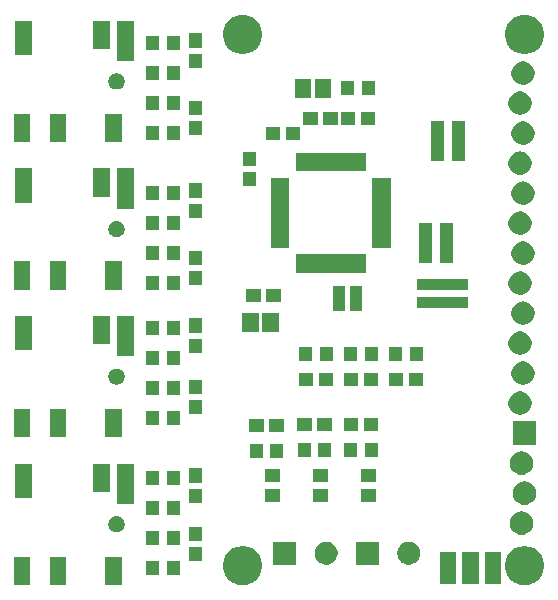
<source format=gts>
G04 #@! TF.GenerationSoftware,KiCad,Pcbnew,(5.1.5)-3*
G04 #@! TF.CreationDate,2019-12-31T00:04:08+10:30*
G04 #@! TF.ProjectId,ATM90E36_Breakout,41544d39-3045-4333-965f-427265616b6f,rev?*
G04 #@! TF.SameCoordinates,Original*
G04 #@! TF.FileFunction,Soldermask,Top*
G04 #@! TF.FilePolarity,Negative*
%FSLAX46Y46*%
G04 Gerber Fmt 4.6, Leading zero omitted, Abs format (unit mm)*
G04 Created by KiCad (PCBNEW (5.1.5)-3) date 2019-12-31 00:04:08*
%MOMM*%
%LPD*%
G04 APERTURE LIST*
%ADD10C,0.100000*%
G04 APERTURE END LIST*
D10*
G36*
X155857100Y-105628600D02*
G01*
X155857100Y-105053600D01*
X156182100Y-104728600D01*
X156857100Y-104728600D01*
X156857100Y-105628600D01*
X155857100Y-105628600D01*
G37*
G36*
X154382100Y-105653600D02*
G01*
X155432100Y-105653600D01*
X155432100Y-104703600D01*
X154382100Y-104703600D01*
X154382100Y-105653600D01*
G37*
G36*
X155832100Y-104503600D02*
G01*
X156882100Y-104503600D01*
X156882100Y-103553600D01*
X155832100Y-103553600D01*
X155832100Y-104503600D01*
G37*
G36*
X154382100Y-104503600D02*
G01*
X155432100Y-104503600D01*
X155432100Y-103553600D01*
X154382100Y-103553600D01*
X154382100Y-104503600D01*
G37*
G36*
X171001356Y-125644898D02*
G01*
X171107679Y-125666047D01*
X171408142Y-125790503D01*
X171678551Y-125971185D01*
X171908515Y-126201149D01*
X172089197Y-126471558D01*
X172213653Y-126772021D01*
X172277100Y-127090991D01*
X172277100Y-127416209D01*
X172213653Y-127735179D01*
X172089197Y-128035642D01*
X171908515Y-128306051D01*
X171678551Y-128536015D01*
X171408142Y-128716697D01*
X171107679Y-128841153D01*
X171001356Y-128862302D01*
X170788711Y-128904600D01*
X170463489Y-128904600D01*
X170250844Y-128862302D01*
X170144521Y-128841153D01*
X169844058Y-128716697D01*
X169573649Y-128536015D01*
X169343685Y-128306051D01*
X169163003Y-128035642D01*
X169038547Y-127735179D01*
X168975100Y-127416209D01*
X168975100Y-127090991D01*
X169038547Y-126772021D01*
X169163003Y-126471558D01*
X169343685Y-126201149D01*
X169573649Y-125971185D01*
X169844058Y-125790503D01*
X170144521Y-125666047D01*
X170250844Y-125644898D01*
X170463489Y-125602600D01*
X170788711Y-125602600D01*
X171001356Y-125644898D01*
G37*
G36*
X147126356Y-125644898D02*
G01*
X147232679Y-125666047D01*
X147533142Y-125790503D01*
X147803551Y-125971185D01*
X148033515Y-126201149D01*
X148214197Y-126471558D01*
X148338653Y-126772021D01*
X148402100Y-127090991D01*
X148402100Y-127416209D01*
X148338653Y-127735179D01*
X148214197Y-128035642D01*
X148033515Y-128306051D01*
X147803551Y-128536015D01*
X147533142Y-128716697D01*
X147232679Y-128841153D01*
X147126356Y-128862302D01*
X146913711Y-128904600D01*
X146588489Y-128904600D01*
X146375844Y-128862302D01*
X146269521Y-128841153D01*
X145969058Y-128716697D01*
X145698649Y-128536015D01*
X145468685Y-128306051D01*
X145288003Y-128035642D01*
X145163547Y-127735179D01*
X145100100Y-127416209D01*
X145100100Y-127090991D01*
X145163547Y-126772021D01*
X145288003Y-126471558D01*
X145468685Y-126201149D01*
X145698649Y-125971185D01*
X145969058Y-125790503D01*
X146269521Y-125666047D01*
X146375844Y-125644898D01*
X146588489Y-125602600D01*
X146913711Y-125602600D01*
X147126356Y-125644898D01*
G37*
G36*
X131806900Y-128884400D02*
G01*
X130435300Y-128884400D01*
X130435300Y-126496800D01*
X131806900Y-126496800D01*
X131806900Y-128884400D01*
G37*
G36*
X128758900Y-128884400D02*
G01*
X127387300Y-128884400D01*
X127387300Y-126496800D01*
X128758900Y-126496800D01*
X128758900Y-128884400D01*
G37*
G36*
X136505900Y-128884400D02*
G01*
X135134300Y-128884400D01*
X135134300Y-126496800D01*
X136505900Y-126496800D01*
X136505900Y-128884400D01*
G37*
G36*
X168636900Y-128784400D02*
G01*
X167265300Y-128784400D01*
X167265300Y-126142800D01*
X168636900Y-126142800D01*
X168636900Y-128784400D01*
G37*
G36*
X166731900Y-128784400D02*
G01*
X165360300Y-128784400D01*
X165360300Y-126142800D01*
X166731900Y-126142800D01*
X166731900Y-128784400D01*
G37*
G36*
X164826900Y-128784400D02*
G01*
X163455300Y-128784400D01*
X163455300Y-126142800D01*
X164826900Y-126142800D01*
X164826900Y-128784400D01*
G37*
G36*
X141411900Y-128064400D02*
G01*
X140310300Y-128064400D01*
X140310300Y-126862800D01*
X141411900Y-126862800D01*
X141411900Y-128064400D01*
G37*
G36*
X139711900Y-128064400D02*
G01*
X138610300Y-128064400D01*
X138610300Y-126862800D01*
X139711900Y-126862800D01*
X139711900Y-128064400D01*
G37*
G36*
X158286900Y-127169400D02*
G01*
X156335300Y-127169400D01*
X156335300Y-125217800D01*
X158286900Y-125217800D01*
X158286900Y-127169400D01*
G37*
G36*
X151301900Y-127169400D02*
G01*
X149350300Y-127169400D01*
X149350300Y-125217800D01*
X151301900Y-125217800D01*
X151301900Y-127169400D01*
G37*
G36*
X161095729Y-125255299D02*
G01*
X161273313Y-125328857D01*
X161273314Y-125328858D01*
X161433136Y-125435647D01*
X161569053Y-125571564D01*
X161569054Y-125571566D01*
X161675843Y-125731387D01*
X161749401Y-125908971D01*
X161786900Y-126097491D01*
X161786900Y-126289709D01*
X161749401Y-126478229D01*
X161675843Y-126655813D01*
X161675842Y-126655814D01*
X161569053Y-126815636D01*
X161433136Y-126951553D01*
X161352682Y-127005310D01*
X161273313Y-127058343D01*
X161095729Y-127131901D01*
X160907209Y-127169400D01*
X160714991Y-127169400D01*
X160526471Y-127131901D01*
X160348887Y-127058343D01*
X160269518Y-127005310D01*
X160189064Y-126951553D01*
X160053147Y-126815636D01*
X159946358Y-126655814D01*
X159946357Y-126655813D01*
X159872799Y-126478229D01*
X159835300Y-126289709D01*
X159835300Y-126097491D01*
X159872799Y-125908971D01*
X159946357Y-125731387D01*
X160053146Y-125571566D01*
X160053147Y-125571564D01*
X160189064Y-125435647D01*
X160348886Y-125328858D01*
X160348887Y-125328857D01*
X160526471Y-125255299D01*
X160714991Y-125217800D01*
X160907209Y-125217800D01*
X161095729Y-125255299D01*
G37*
G36*
X154110729Y-125255299D02*
G01*
X154288313Y-125328857D01*
X154288314Y-125328858D01*
X154448136Y-125435647D01*
X154584053Y-125571564D01*
X154584054Y-125571566D01*
X154690843Y-125731387D01*
X154764401Y-125908971D01*
X154801900Y-126097491D01*
X154801900Y-126289709D01*
X154764401Y-126478229D01*
X154690843Y-126655813D01*
X154690842Y-126655814D01*
X154584053Y-126815636D01*
X154448136Y-126951553D01*
X154367682Y-127005310D01*
X154288313Y-127058343D01*
X154110729Y-127131901D01*
X153922209Y-127169400D01*
X153729991Y-127169400D01*
X153541471Y-127131901D01*
X153363887Y-127058343D01*
X153284518Y-127005310D01*
X153204064Y-126951553D01*
X153068147Y-126815636D01*
X152961358Y-126655814D01*
X152961357Y-126655813D01*
X152887799Y-126478229D01*
X152850300Y-126289709D01*
X152850300Y-126097491D01*
X152887799Y-125908971D01*
X152961357Y-125731387D01*
X153068146Y-125571566D01*
X153068147Y-125571564D01*
X153204064Y-125435647D01*
X153363886Y-125328858D01*
X153363887Y-125328857D01*
X153541471Y-125255299D01*
X153729991Y-125217800D01*
X153922209Y-125217800D01*
X154110729Y-125255299D01*
G37*
G36*
X143355900Y-126882400D02*
G01*
X142254300Y-126882400D01*
X142254300Y-125680800D01*
X143355900Y-125680800D01*
X143355900Y-126882400D01*
G37*
G36*
X141411900Y-125524400D02*
G01*
X140310300Y-125524400D01*
X140310300Y-124322800D01*
X141411900Y-124322800D01*
X141411900Y-125524400D01*
G37*
G36*
X139711900Y-125524400D02*
G01*
X138610300Y-125524400D01*
X138610300Y-124322800D01*
X139711900Y-124322800D01*
X139711900Y-125524400D01*
G37*
G36*
X143355900Y-125182400D02*
G01*
X142254300Y-125182400D01*
X142254300Y-123980800D01*
X143355900Y-123980800D01*
X143355900Y-125182400D01*
G37*
G36*
X170557356Y-122682034D02*
G01*
X170653047Y-122701068D01*
X170833325Y-122775742D01*
X170995571Y-122884151D01*
X171133549Y-123022129D01*
X171241958Y-123184375D01*
X171241959Y-123184377D01*
X171316632Y-123364654D01*
X171354197Y-123553502D01*
X171354700Y-123556034D01*
X171354700Y-123751166D01*
X171316632Y-123942547D01*
X171241958Y-124122825D01*
X171133549Y-124285071D01*
X170995571Y-124423049D01*
X170833325Y-124531458D01*
X170653047Y-124606132D01*
X170557356Y-124625166D01*
X170461667Y-124644200D01*
X170266533Y-124644200D01*
X170170844Y-124625166D01*
X170075153Y-124606132D01*
X169894875Y-124531458D01*
X169732629Y-124423049D01*
X169594651Y-124285071D01*
X169486242Y-124122825D01*
X169411568Y-123942547D01*
X169373500Y-123751166D01*
X169373500Y-123556034D01*
X169374004Y-123553502D01*
X169411568Y-123364654D01*
X169486241Y-123184377D01*
X169486242Y-123184375D01*
X169594651Y-123022129D01*
X169732629Y-122884151D01*
X169894875Y-122775742D01*
X170075153Y-122701068D01*
X170170844Y-122682034D01*
X170266533Y-122663000D01*
X170461667Y-122663000D01*
X170557356Y-122682034D01*
G37*
G36*
X136274198Y-123093962D02*
G01*
X136399041Y-123145674D01*
X136399043Y-123145675D01*
X136511399Y-123220749D01*
X136606951Y-123316301D01*
X136682026Y-123428659D01*
X136733738Y-123553502D01*
X136760100Y-123686034D01*
X136760100Y-123821166D01*
X136733738Y-123953698D01*
X136682026Y-124078541D01*
X136682025Y-124078543D01*
X136606951Y-124190899D01*
X136511399Y-124286451D01*
X136399043Y-124361525D01*
X136399042Y-124361526D01*
X136399041Y-124361526D01*
X136274198Y-124413238D01*
X136141666Y-124439600D01*
X136006534Y-124439600D01*
X135874002Y-124413238D01*
X135749159Y-124361526D01*
X135749158Y-124361526D01*
X135749157Y-124361525D01*
X135636801Y-124286451D01*
X135541249Y-124190899D01*
X135466175Y-124078543D01*
X135466174Y-124078541D01*
X135414462Y-123953698D01*
X135388100Y-123821166D01*
X135388100Y-123686034D01*
X135414462Y-123553502D01*
X135466174Y-123428659D01*
X135541249Y-123316301D01*
X135636801Y-123220749D01*
X135749157Y-123145675D01*
X135749159Y-123145674D01*
X135874002Y-123093962D01*
X136006534Y-123067600D01*
X136141666Y-123067600D01*
X136274198Y-123093962D01*
G37*
G36*
X139711900Y-122984400D02*
G01*
X138610300Y-122984400D01*
X138610300Y-121782800D01*
X139711900Y-121782800D01*
X139711900Y-122984400D01*
G37*
G36*
X141411900Y-122984400D02*
G01*
X140310300Y-122984400D01*
X140310300Y-121782800D01*
X141411900Y-121782800D01*
X141411900Y-122984400D01*
G37*
G36*
X170811356Y-120142034D02*
G01*
X170907047Y-120161068D01*
X171087325Y-120235742D01*
X171249571Y-120344151D01*
X171387549Y-120482129D01*
X171495958Y-120644375D01*
X171551225Y-120777800D01*
X171570632Y-120824654D01*
X171607580Y-121010400D01*
X171608700Y-121016034D01*
X171608700Y-121211166D01*
X171570632Y-121402547D01*
X171495958Y-121582825D01*
X171387549Y-121745071D01*
X171249571Y-121883049D01*
X171087325Y-121991458D01*
X170907047Y-122066132D01*
X170811356Y-122085166D01*
X170715667Y-122104200D01*
X170520533Y-122104200D01*
X170424844Y-122085166D01*
X170329153Y-122066132D01*
X170148875Y-121991458D01*
X169986629Y-121883049D01*
X169848651Y-121745071D01*
X169740242Y-121582825D01*
X169665568Y-121402547D01*
X169627500Y-121211166D01*
X169627500Y-121016034D01*
X169628621Y-121010400D01*
X169665568Y-120824654D01*
X169684976Y-120777800D01*
X169740242Y-120644375D01*
X169848651Y-120482129D01*
X169986629Y-120344151D01*
X170148875Y-120235742D01*
X170329153Y-120161068D01*
X170424844Y-120142034D01*
X170520533Y-120123000D01*
X170715667Y-120123000D01*
X170811356Y-120142034D01*
G37*
G36*
X137521900Y-122026400D02*
G01*
X136150300Y-122026400D01*
X136150300Y-118622800D01*
X137521900Y-118622800D01*
X137521900Y-122026400D01*
G37*
G36*
X143355900Y-121929400D02*
G01*
X142254300Y-121929400D01*
X142254300Y-120727800D01*
X143355900Y-120727800D01*
X143355900Y-121929400D01*
G37*
G36*
X149882900Y-121879400D02*
G01*
X148681300Y-121879400D01*
X148681300Y-120777800D01*
X149882900Y-120777800D01*
X149882900Y-121879400D01*
G37*
G36*
X153946900Y-121879400D02*
G01*
X152745300Y-121879400D01*
X152745300Y-120777800D01*
X153946900Y-120777800D01*
X153946900Y-121879400D01*
G37*
G36*
X158010900Y-121879400D02*
G01*
X156809300Y-121879400D01*
X156809300Y-120777800D01*
X158010900Y-120777800D01*
X158010900Y-121879400D01*
G37*
G36*
X128885900Y-121518400D02*
G01*
X127514300Y-121518400D01*
X127514300Y-118622800D01*
X128885900Y-118622800D01*
X128885900Y-121518400D01*
G37*
G36*
X135489900Y-121010400D02*
G01*
X134118300Y-121010400D01*
X134118300Y-118622800D01*
X135489900Y-118622800D01*
X135489900Y-121010400D01*
G37*
G36*
X139711900Y-120444400D02*
G01*
X138610300Y-120444400D01*
X138610300Y-119242800D01*
X139711900Y-119242800D01*
X139711900Y-120444400D01*
G37*
G36*
X141411900Y-120444400D02*
G01*
X140310300Y-120444400D01*
X140310300Y-119242800D01*
X141411900Y-119242800D01*
X141411900Y-120444400D01*
G37*
G36*
X143355900Y-120229400D02*
G01*
X142254300Y-120229400D01*
X142254300Y-119027800D01*
X143355900Y-119027800D01*
X143355900Y-120229400D01*
G37*
G36*
X158010900Y-120179400D02*
G01*
X156809300Y-120179400D01*
X156809300Y-119077800D01*
X158010900Y-119077800D01*
X158010900Y-120179400D01*
G37*
G36*
X153946900Y-120179400D02*
G01*
X152745300Y-120179400D01*
X152745300Y-119077800D01*
X153946900Y-119077800D01*
X153946900Y-120179400D01*
G37*
G36*
X149882900Y-120179400D02*
G01*
X148681300Y-120179400D01*
X148681300Y-119077800D01*
X149882900Y-119077800D01*
X149882900Y-120179400D01*
G37*
G36*
X170557356Y-117602034D02*
G01*
X170653047Y-117621068D01*
X170833325Y-117695742D01*
X170995571Y-117804151D01*
X171133549Y-117942129D01*
X171241958Y-118104375D01*
X171316632Y-118284653D01*
X171354700Y-118476034D01*
X171354700Y-118671166D01*
X171316632Y-118862547D01*
X171241958Y-119042825D01*
X171133549Y-119205071D01*
X170995571Y-119343049D01*
X170833325Y-119451458D01*
X170653047Y-119526132D01*
X170557356Y-119545166D01*
X170461667Y-119564200D01*
X170266533Y-119564200D01*
X170170844Y-119545166D01*
X170075153Y-119526132D01*
X169894875Y-119451458D01*
X169732629Y-119343049D01*
X169594651Y-119205071D01*
X169486242Y-119042825D01*
X169411568Y-118862547D01*
X169373500Y-118671166D01*
X169373500Y-118476034D01*
X169411568Y-118284653D01*
X169486242Y-118104375D01*
X169594651Y-117942129D01*
X169732629Y-117804151D01*
X169894875Y-117695742D01*
X170075153Y-117621068D01*
X170170844Y-117602034D01*
X170266533Y-117583000D01*
X170461667Y-117583000D01*
X170557356Y-117602034D01*
G37*
G36*
X148474900Y-118158400D02*
G01*
X147373300Y-118158400D01*
X147373300Y-116956800D01*
X148474900Y-116956800D01*
X148474900Y-118158400D01*
G37*
G36*
X150174900Y-118158400D02*
G01*
X149073300Y-118158400D01*
X149073300Y-116956800D01*
X150174900Y-116956800D01*
X150174900Y-118158400D01*
G37*
G36*
X156475900Y-118031400D02*
G01*
X155374300Y-118031400D01*
X155374300Y-116829800D01*
X156475900Y-116829800D01*
X156475900Y-118031400D01*
G37*
G36*
X158175900Y-118031400D02*
G01*
X157074300Y-118031400D01*
X157074300Y-116829800D01*
X158175900Y-116829800D01*
X158175900Y-118031400D01*
G37*
G36*
X154238900Y-118031400D02*
G01*
X153137300Y-118031400D01*
X153137300Y-116829800D01*
X154238900Y-116829800D01*
X154238900Y-118031400D01*
G37*
G36*
X152538900Y-118031400D02*
G01*
X151437300Y-118031400D01*
X151437300Y-116829800D01*
X152538900Y-116829800D01*
X152538900Y-118031400D01*
G37*
G36*
X171608700Y-117024200D02*
G01*
X169627500Y-117024200D01*
X169627500Y-115043000D01*
X171608700Y-115043000D01*
X171608700Y-117024200D01*
G37*
G36*
X131806900Y-116384400D02*
G01*
X130435300Y-116384400D01*
X130435300Y-113996800D01*
X131806900Y-113996800D01*
X131806900Y-116384400D01*
G37*
G36*
X136505900Y-116384400D02*
G01*
X135134300Y-116384400D01*
X135134300Y-113996800D01*
X136505900Y-113996800D01*
X136505900Y-116384400D01*
G37*
G36*
X128758900Y-116384400D02*
G01*
X127387300Y-116384400D01*
X127387300Y-113996800D01*
X128758900Y-113996800D01*
X128758900Y-116384400D01*
G37*
G36*
X150224900Y-115949400D02*
G01*
X149023300Y-115949400D01*
X149023300Y-114847800D01*
X150224900Y-114847800D01*
X150224900Y-115949400D01*
G37*
G36*
X148524900Y-115949400D02*
G01*
X147323300Y-115949400D01*
X147323300Y-114847800D01*
X148524900Y-114847800D01*
X148524900Y-115949400D01*
G37*
G36*
X152588900Y-115822400D02*
G01*
X151387300Y-115822400D01*
X151387300Y-114720800D01*
X152588900Y-114720800D01*
X152588900Y-115822400D01*
G37*
G36*
X154288900Y-115822400D02*
G01*
X153087300Y-115822400D01*
X153087300Y-114720800D01*
X154288900Y-114720800D01*
X154288900Y-115822400D01*
G37*
G36*
X156525900Y-115822400D02*
G01*
X155324300Y-115822400D01*
X155324300Y-114720800D01*
X156525900Y-114720800D01*
X156525900Y-115822400D01*
G37*
G36*
X158225900Y-115822400D02*
G01*
X157024300Y-115822400D01*
X157024300Y-114720800D01*
X158225900Y-114720800D01*
X158225900Y-115822400D01*
G37*
G36*
X139711900Y-115364400D02*
G01*
X138610300Y-115364400D01*
X138610300Y-114162800D01*
X139711900Y-114162800D01*
X139711900Y-115364400D01*
G37*
G36*
X141411900Y-115364400D02*
G01*
X140310300Y-115364400D01*
X140310300Y-114162800D01*
X141411900Y-114162800D01*
X141411900Y-115364400D01*
G37*
G36*
X170526047Y-112541068D02*
G01*
X170706325Y-112615742D01*
X170868571Y-112724151D01*
X171006549Y-112862129D01*
X171114958Y-113024375D01*
X171189632Y-113204653D01*
X171227700Y-113396034D01*
X171227700Y-113591166D01*
X171189632Y-113782547D01*
X171114958Y-113962825D01*
X171006549Y-114125071D01*
X170868571Y-114263049D01*
X170706325Y-114371458D01*
X170526047Y-114446132D01*
X170334667Y-114484200D01*
X170139533Y-114484200D01*
X169948153Y-114446132D01*
X169767875Y-114371458D01*
X169605629Y-114263049D01*
X169467651Y-114125071D01*
X169359242Y-113962825D01*
X169284568Y-113782547D01*
X169246500Y-113591166D01*
X169246500Y-113396034D01*
X169284568Y-113204653D01*
X169359242Y-113024375D01*
X169467651Y-112862129D01*
X169605629Y-112724151D01*
X169767875Y-112615742D01*
X169948153Y-112541068D01*
X170139533Y-112503000D01*
X170334667Y-112503000D01*
X170526047Y-112541068D01*
G37*
G36*
X143355900Y-114436400D02*
G01*
X142254300Y-114436400D01*
X142254300Y-113234800D01*
X143355900Y-113234800D01*
X143355900Y-114436400D01*
G37*
G36*
X141411900Y-112824400D02*
G01*
X140310300Y-112824400D01*
X140310300Y-111622800D01*
X141411900Y-111622800D01*
X141411900Y-112824400D01*
G37*
G36*
X139711900Y-112824400D02*
G01*
X138610300Y-112824400D01*
X138610300Y-111622800D01*
X139711900Y-111622800D01*
X139711900Y-112824400D01*
G37*
G36*
X143355900Y-112736400D02*
G01*
X142254300Y-112736400D01*
X142254300Y-111534800D01*
X143355900Y-111534800D01*
X143355900Y-112736400D01*
G37*
G36*
X158225900Y-112012400D02*
G01*
X157024300Y-112012400D01*
X157024300Y-110910800D01*
X158225900Y-110910800D01*
X158225900Y-112012400D01*
G37*
G36*
X152715900Y-112012400D02*
G01*
X151514300Y-112012400D01*
X151514300Y-110910800D01*
X152715900Y-110910800D01*
X152715900Y-112012400D01*
G37*
G36*
X154415900Y-112012400D02*
G01*
X153214300Y-112012400D01*
X153214300Y-110910800D01*
X154415900Y-110910800D01*
X154415900Y-112012400D01*
G37*
G36*
X156525900Y-112012400D02*
G01*
X155324300Y-112012400D01*
X155324300Y-110910800D01*
X156525900Y-110910800D01*
X156525900Y-112012400D01*
G37*
G36*
X160335900Y-112012400D02*
G01*
X159134300Y-112012400D01*
X159134300Y-110910800D01*
X160335900Y-110910800D01*
X160335900Y-112012400D01*
G37*
G36*
X162035900Y-112012400D02*
G01*
X160834300Y-112012400D01*
X160834300Y-110910800D01*
X162035900Y-110910800D01*
X162035900Y-112012400D01*
G37*
G36*
X170780047Y-110001068D02*
G01*
X170960325Y-110075742D01*
X171122571Y-110184151D01*
X171260549Y-110322129D01*
X171368958Y-110484375D01*
X171435771Y-110645674D01*
X171443632Y-110664654D01*
X171481700Y-110856033D01*
X171481700Y-111051167D01*
X171443632Y-111242547D01*
X171368958Y-111422825D01*
X171260549Y-111585071D01*
X171122571Y-111723049D01*
X170960325Y-111831458D01*
X170780047Y-111906132D01*
X170588667Y-111944200D01*
X170393533Y-111944200D01*
X170202153Y-111906132D01*
X170021875Y-111831458D01*
X169859629Y-111723049D01*
X169721651Y-111585071D01*
X169613242Y-111422825D01*
X169538568Y-111242547D01*
X169500500Y-111051167D01*
X169500500Y-110856033D01*
X169538568Y-110664654D01*
X169546430Y-110645674D01*
X169613242Y-110484375D01*
X169721651Y-110322129D01*
X169859629Y-110184151D01*
X170021875Y-110075742D01*
X170202153Y-110001068D01*
X170393533Y-109963000D01*
X170588667Y-109963000D01*
X170780047Y-110001068D01*
G37*
G36*
X136274198Y-110593962D02*
G01*
X136399041Y-110645674D01*
X136399043Y-110645675D01*
X136427447Y-110664654D01*
X136511399Y-110720749D01*
X136606951Y-110816301D01*
X136682026Y-110928659D01*
X136733738Y-111053502D01*
X136760100Y-111186034D01*
X136760100Y-111321166D01*
X136733738Y-111453698D01*
X136700144Y-111534800D01*
X136682025Y-111578543D01*
X136606951Y-111690899D01*
X136511399Y-111786451D01*
X136399043Y-111861525D01*
X136399042Y-111861526D01*
X136399041Y-111861526D01*
X136274198Y-111913238D01*
X136141666Y-111939600D01*
X136006534Y-111939600D01*
X135874002Y-111913238D01*
X135749159Y-111861526D01*
X135749158Y-111861526D01*
X135749157Y-111861525D01*
X135636801Y-111786451D01*
X135541249Y-111690899D01*
X135466175Y-111578543D01*
X135448056Y-111534800D01*
X135414462Y-111453698D01*
X135388100Y-111321166D01*
X135388100Y-111186034D01*
X135414462Y-111053502D01*
X135466174Y-110928659D01*
X135541249Y-110816301D01*
X135636801Y-110720749D01*
X135720753Y-110664654D01*
X135749157Y-110645675D01*
X135749159Y-110645674D01*
X135874002Y-110593962D01*
X136006534Y-110567600D01*
X136141666Y-110567600D01*
X136274198Y-110593962D01*
G37*
G36*
X139711900Y-110284400D02*
G01*
X138610300Y-110284400D01*
X138610300Y-109082800D01*
X139711900Y-109082800D01*
X139711900Y-110284400D01*
G37*
G36*
X141411900Y-110284400D02*
G01*
X140310300Y-110284400D01*
X140310300Y-109082800D01*
X141411900Y-109082800D01*
X141411900Y-110284400D01*
G37*
G36*
X158175900Y-109903400D02*
G01*
X157074300Y-109903400D01*
X157074300Y-108701800D01*
X158175900Y-108701800D01*
X158175900Y-109903400D01*
G37*
G36*
X152665900Y-109903400D02*
G01*
X151564300Y-109903400D01*
X151564300Y-108701800D01*
X152665900Y-108701800D01*
X152665900Y-109903400D01*
G37*
G36*
X154365900Y-109903400D02*
G01*
X153264300Y-109903400D01*
X153264300Y-108701800D01*
X154365900Y-108701800D01*
X154365900Y-109903400D01*
G37*
G36*
X156475900Y-109903400D02*
G01*
X155374300Y-109903400D01*
X155374300Y-108701800D01*
X156475900Y-108701800D01*
X156475900Y-109903400D01*
G37*
G36*
X160285900Y-109903400D02*
G01*
X159184300Y-109903400D01*
X159184300Y-108701800D01*
X160285900Y-108701800D01*
X160285900Y-109903400D01*
G37*
G36*
X161985900Y-109903400D02*
G01*
X160884300Y-109903400D01*
X160884300Y-108701800D01*
X161985900Y-108701800D01*
X161985900Y-109903400D01*
G37*
G36*
X137521900Y-109526400D02*
G01*
X136150300Y-109526400D01*
X136150300Y-106122800D01*
X137521900Y-106122800D01*
X137521900Y-109526400D01*
G37*
G36*
X170526047Y-107461068D02*
G01*
X170706325Y-107535742D01*
X170868571Y-107644151D01*
X171006549Y-107782129D01*
X171114958Y-107944375D01*
X171189632Y-108124653D01*
X171227700Y-108316034D01*
X171227700Y-108511166D01*
X171189632Y-108702547D01*
X171114958Y-108882825D01*
X171006549Y-109045071D01*
X170868571Y-109183049D01*
X170706325Y-109291458D01*
X170526047Y-109366132D01*
X170334667Y-109404200D01*
X170139533Y-109404200D01*
X169948153Y-109366132D01*
X169767875Y-109291458D01*
X169605629Y-109183049D01*
X169467651Y-109045071D01*
X169359242Y-108882825D01*
X169284568Y-108702547D01*
X169246500Y-108511166D01*
X169246500Y-108316034D01*
X169284568Y-108124653D01*
X169359242Y-107944375D01*
X169467651Y-107782129D01*
X169605629Y-107644151D01*
X169767875Y-107535742D01*
X169948153Y-107461068D01*
X170139533Y-107423000D01*
X170334667Y-107423000D01*
X170526047Y-107461068D01*
G37*
G36*
X143355900Y-109229400D02*
G01*
X142254300Y-109229400D01*
X142254300Y-108027800D01*
X143355900Y-108027800D01*
X143355900Y-109229400D01*
G37*
G36*
X128885900Y-109018400D02*
G01*
X127514300Y-109018400D01*
X127514300Y-106122800D01*
X128885900Y-106122800D01*
X128885900Y-109018400D01*
G37*
G36*
X135489900Y-108510400D02*
G01*
X134118300Y-108510400D01*
X134118300Y-106122800D01*
X135489900Y-106122800D01*
X135489900Y-108510400D01*
G37*
G36*
X141411900Y-107744400D02*
G01*
X140310300Y-107744400D01*
X140310300Y-106542800D01*
X141411900Y-106542800D01*
X141411900Y-107744400D01*
G37*
G36*
X139711900Y-107744400D02*
G01*
X138610300Y-107744400D01*
X138610300Y-106542800D01*
X139711900Y-106542800D01*
X139711900Y-107744400D01*
G37*
G36*
X143355900Y-107529400D02*
G01*
X142254300Y-107529400D01*
X142254300Y-106327800D01*
X143355900Y-106327800D01*
X143355900Y-107529400D01*
G37*
G36*
X149816900Y-107436400D02*
G01*
X148415300Y-107436400D01*
X148415300Y-105834800D01*
X149816900Y-105834800D01*
X149816900Y-107436400D01*
G37*
G36*
X148116900Y-107436400D02*
G01*
X146715300Y-107436400D01*
X146715300Y-105834800D01*
X148116900Y-105834800D01*
X148116900Y-107436400D01*
G37*
G36*
X170676142Y-104900400D02*
G01*
X170780047Y-104921068D01*
X170960325Y-104995742D01*
X171122571Y-105104151D01*
X171260549Y-105242129D01*
X171368958Y-105404375D01*
X171368959Y-105404377D01*
X171390830Y-105457178D01*
X171443632Y-105584653D01*
X171481700Y-105776034D01*
X171481700Y-105971166D01*
X171443632Y-106162547D01*
X171368958Y-106342825D01*
X171260549Y-106505071D01*
X171122571Y-106643049D01*
X170960325Y-106751458D01*
X170780047Y-106826132D01*
X170588667Y-106864200D01*
X170393533Y-106864200D01*
X170202153Y-106826132D01*
X170021875Y-106751458D01*
X169859629Y-106643049D01*
X169721651Y-106505071D01*
X169613242Y-106342825D01*
X169538568Y-106162547D01*
X169500500Y-105971166D01*
X169500500Y-105776034D01*
X169538568Y-105584653D01*
X169591370Y-105457178D01*
X169613241Y-105404377D01*
X169613242Y-105404375D01*
X169721651Y-105242129D01*
X169859629Y-105104151D01*
X170021875Y-104995742D01*
X170202153Y-104921068D01*
X170306058Y-104900400D01*
X170393533Y-104883000D01*
X170588667Y-104883000D01*
X170676142Y-104900400D01*
G37*
G36*
X156882900Y-105654400D02*
G01*
X155831300Y-105654400D01*
X155831300Y-103552800D01*
X156882900Y-103552800D01*
X156882900Y-105654400D01*
G37*
G36*
X155432900Y-105654400D02*
G01*
X154381300Y-105654400D01*
X154381300Y-103552800D01*
X155432900Y-103552800D01*
X155432900Y-105654400D01*
G37*
G36*
X165861900Y-105423400D02*
G01*
X161531300Y-105423400D01*
X161531300Y-104521800D01*
X165861900Y-104521800D01*
X165861900Y-105423400D01*
G37*
G36*
X148270900Y-104900400D02*
G01*
X147069300Y-104900400D01*
X147069300Y-103798800D01*
X148270900Y-103798800D01*
X148270900Y-104900400D01*
G37*
G36*
X149970900Y-104900400D02*
G01*
X148769300Y-104900400D01*
X148769300Y-103798800D01*
X149970900Y-103798800D01*
X149970900Y-104900400D01*
G37*
G36*
X170526047Y-102381068D02*
G01*
X170706325Y-102455742D01*
X170868571Y-102564151D01*
X171006549Y-102702129D01*
X171114958Y-102864375D01*
X171189632Y-103044653D01*
X171227700Y-103236034D01*
X171227700Y-103431166D01*
X171189632Y-103622547D01*
X171114958Y-103802825D01*
X171006549Y-103965071D01*
X170868571Y-104103049D01*
X170706325Y-104211458D01*
X170526047Y-104286132D01*
X170430356Y-104305166D01*
X170334667Y-104324200D01*
X170139533Y-104324200D01*
X169948153Y-104286132D01*
X169767875Y-104211458D01*
X169605629Y-104103049D01*
X169467651Y-103965071D01*
X169359242Y-103802825D01*
X169284568Y-103622547D01*
X169246500Y-103431166D01*
X169246500Y-103236034D01*
X169284568Y-103044653D01*
X169359242Y-102864375D01*
X169467651Y-102702129D01*
X169605629Y-102564151D01*
X169767875Y-102455742D01*
X169948153Y-102381068D01*
X170043844Y-102362034D01*
X170139533Y-102343000D01*
X170334667Y-102343000D01*
X170526047Y-102381068D01*
G37*
G36*
X139711900Y-103934400D02*
G01*
X138610300Y-103934400D01*
X138610300Y-102732800D01*
X139711900Y-102732800D01*
X139711900Y-103934400D01*
G37*
G36*
X141411900Y-103934400D02*
G01*
X140310300Y-103934400D01*
X140310300Y-102732800D01*
X141411900Y-102732800D01*
X141411900Y-103934400D01*
G37*
G36*
X165861900Y-103923400D02*
G01*
X161531300Y-103923400D01*
X161531300Y-103021800D01*
X165861900Y-103021800D01*
X165861900Y-103923400D01*
G37*
G36*
X128758900Y-103884400D02*
G01*
X127387300Y-103884400D01*
X127387300Y-101496800D01*
X128758900Y-101496800D01*
X128758900Y-103884400D01*
G37*
G36*
X131806900Y-103884400D02*
G01*
X130435300Y-103884400D01*
X130435300Y-101496800D01*
X131806900Y-101496800D01*
X131806900Y-103884400D01*
G37*
G36*
X136505900Y-103884400D02*
G01*
X135134300Y-103884400D01*
X135134300Y-101496800D01*
X136505900Y-101496800D01*
X136505900Y-103884400D01*
G37*
G36*
X143355900Y-103514400D02*
G01*
X142254300Y-103514400D01*
X142254300Y-102312800D01*
X143355900Y-102312800D01*
X143355900Y-103514400D01*
G37*
G36*
X157182000Y-102483700D02*
G01*
X151250200Y-102483700D01*
X151250200Y-100883500D01*
X157182000Y-100883500D01*
X157182000Y-102483700D01*
G37*
G36*
X143355900Y-101814400D02*
G01*
X142254300Y-101814400D01*
X142254300Y-100612800D01*
X143355900Y-100612800D01*
X143355900Y-101814400D01*
G37*
G36*
X170780047Y-99841068D02*
G01*
X170960325Y-99915742D01*
X171122571Y-100024151D01*
X171260549Y-100162129D01*
X171368958Y-100324375D01*
X171443632Y-100504653D01*
X171481700Y-100696034D01*
X171481700Y-100891166D01*
X171443632Y-101082547D01*
X171368958Y-101262825D01*
X171260549Y-101425071D01*
X171122571Y-101563049D01*
X170960325Y-101671458D01*
X170780047Y-101746132D01*
X170684356Y-101765166D01*
X170588667Y-101784200D01*
X170393533Y-101784200D01*
X170202153Y-101746132D01*
X170021875Y-101671458D01*
X169859629Y-101563049D01*
X169721651Y-101425071D01*
X169613242Y-101262825D01*
X169538568Y-101082547D01*
X169500500Y-100891166D01*
X169500500Y-100696034D01*
X169538568Y-100504653D01*
X169613242Y-100324375D01*
X169721651Y-100162129D01*
X169859629Y-100024151D01*
X170021875Y-99915742D01*
X170202153Y-99841068D01*
X170393533Y-99803000D01*
X170588667Y-99803000D01*
X170780047Y-99841068D01*
G37*
G36*
X164525900Y-101605400D02*
G01*
X163424300Y-101605400D01*
X163424300Y-98203800D01*
X164525900Y-98203800D01*
X164525900Y-101605400D01*
G37*
G36*
X162825900Y-101605400D02*
G01*
X161724300Y-101605400D01*
X161724300Y-98203800D01*
X162825900Y-98203800D01*
X162825900Y-101605400D01*
G37*
G36*
X139711900Y-101394400D02*
G01*
X138610300Y-101394400D01*
X138610300Y-100192800D01*
X139711900Y-100192800D01*
X139711900Y-101394400D01*
G37*
G36*
X141411900Y-101394400D02*
G01*
X140310300Y-101394400D01*
X140310300Y-100192800D01*
X141411900Y-100192800D01*
X141411900Y-101394400D01*
G37*
G36*
X150716200Y-100349500D02*
G01*
X149116000Y-100349500D01*
X149116000Y-94417700D01*
X150716200Y-94417700D01*
X150716200Y-100349500D01*
G37*
G36*
X159316200Y-100349500D02*
G01*
X157716000Y-100349500D01*
X157716000Y-94417700D01*
X159316200Y-94417700D01*
X159316200Y-100349500D01*
G37*
G36*
X136274198Y-98093962D02*
G01*
X136399041Y-98145674D01*
X136399043Y-98145675D01*
X136511399Y-98220749D01*
X136606951Y-98316301D01*
X136674704Y-98417700D01*
X136682026Y-98428659D01*
X136733738Y-98553502D01*
X136760100Y-98686034D01*
X136760100Y-98821166D01*
X136733738Y-98953698D01*
X136682026Y-99078541D01*
X136682025Y-99078543D01*
X136606951Y-99190899D01*
X136511399Y-99286451D01*
X136399043Y-99361525D01*
X136399042Y-99361526D01*
X136399041Y-99361526D01*
X136274198Y-99413238D01*
X136141666Y-99439600D01*
X136006534Y-99439600D01*
X135874002Y-99413238D01*
X135749159Y-99361526D01*
X135749158Y-99361526D01*
X135749157Y-99361525D01*
X135636801Y-99286451D01*
X135541249Y-99190899D01*
X135466175Y-99078543D01*
X135466174Y-99078541D01*
X135414462Y-98953698D01*
X135388100Y-98821166D01*
X135388100Y-98686034D01*
X135414462Y-98553502D01*
X135466174Y-98428659D01*
X135473497Y-98417700D01*
X135541249Y-98316301D01*
X135636801Y-98220749D01*
X135749157Y-98145675D01*
X135749159Y-98145674D01*
X135874002Y-98093962D01*
X136006534Y-98067600D01*
X136141666Y-98067600D01*
X136274198Y-98093962D01*
G37*
G36*
X170526047Y-97301068D02*
G01*
X170706325Y-97375742D01*
X170868571Y-97484151D01*
X171006549Y-97622129D01*
X171114958Y-97784375D01*
X171114959Y-97784377D01*
X171189632Y-97964654D01*
X171225640Y-98145675D01*
X171227700Y-98156034D01*
X171227700Y-98351166D01*
X171189632Y-98542547D01*
X171114958Y-98722825D01*
X171006549Y-98885071D01*
X170868571Y-99023049D01*
X170706325Y-99131458D01*
X170526047Y-99206132D01*
X170430356Y-99225166D01*
X170334667Y-99244200D01*
X170139533Y-99244200D01*
X169948153Y-99206132D01*
X169767875Y-99131458D01*
X169605629Y-99023049D01*
X169467651Y-98885071D01*
X169359242Y-98722825D01*
X169284568Y-98542547D01*
X169246500Y-98351166D01*
X169246500Y-98156034D01*
X169248561Y-98145675D01*
X169284568Y-97964654D01*
X169359241Y-97784377D01*
X169359242Y-97784375D01*
X169467651Y-97622129D01*
X169605629Y-97484151D01*
X169767875Y-97375742D01*
X169948153Y-97301068D01*
X170043844Y-97282034D01*
X170139533Y-97263000D01*
X170334667Y-97263000D01*
X170526047Y-97301068D01*
G37*
G36*
X139711900Y-98854400D02*
G01*
X138610300Y-98854400D01*
X138610300Y-97652800D01*
X139711900Y-97652800D01*
X139711900Y-98854400D01*
G37*
G36*
X141411900Y-98854400D02*
G01*
X140310300Y-98854400D01*
X140310300Y-97652800D01*
X141411900Y-97652800D01*
X141411900Y-98854400D01*
G37*
G36*
X143355900Y-97799400D02*
G01*
X142254300Y-97799400D01*
X142254300Y-96597800D01*
X143355900Y-96597800D01*
X143355900Y-97799400D01*
G37*
G36*
X137521900Y-97026400D02*
G01*
X136150300Y-97026400D01*
X136150300Y-93622800D01*
X137521900Y-93622800D01*
X137521900Y-97026400D01*
G37*
G36*
X170684356Y-94742034D02*
G01*
X170780047Y-94761068D01*
X170960325Y-94835742D01*
X171122571Y-94944151D01*
X171260549Y-95082129D01*
X171368958Y-95244375D01*
X171443632Y-95424653D01*
X171481700Y-95616034D01*
X171481700Y-95811166D01*
X171443632Y-96002547D01*
X171368958Y-96182825D01*
X171260549Y-96345071D01*
X171122571Y-96483049D01*
X170960325Y-96591458D01*
X170780047Y-96666132D01*
X170684356Y-96685166D01*
X170588667Y-96704200D01*
X170393533Y-96704200D01*
X170202153Y-96666132D01*
X170021875Y-96591458D01*
X169859629Y-96483049D01*
X169721651Y-96345071D01*
X169613242Y-96182825D01*
X169538568Y-96002547D01*
X169500500Y-95811166D01*
X169500500Y-95616034D01*
X169538568Y-95424653D01*
X169613242Y-95244375D01*
X169721651Y-95082129D01*
X169859629Y-94944151D01*
X170021875Y-94835742D01*
X170202153Y-94761068D01*
X170297844Y-94742034D01*
X170393533Y-94723000D01*
X170588667Y-94723000D01*
X170684356Y-94742034D01*
G37*
G36*
X128885900Y-96518400D02*
G01*
X127514300Y-96518400D01*
X127514300Y-93622800D01*
X128885900Y-93622800D01*
X128885900Y-96518400D01*
G37*
G36*
X141411900Y-96314400D02*
G01*
X140310300Y-96314400D01*
X140310300Y-95112800D01*
X141411900Y-95112800D01*
X141411900Y-96314400D01*
G37*
G36*
X139711900Y-96314400D02*
G01*
X138610300Y-96314400D01*
X138610300Y-95112800D01*
X139711900Y-95112800D01*
X139711900Y-96314400D01*
G37*
G36*
X143355900Y-96099400D02*
G01*
X142254300Y-96099400D01*
X142254300Y-94897800D01*
X143355900Y-94897800D01*
X143355900Y-96099400D01*
G37*
G36*
X135489900Y-96010400D02*
G01*
X134118300Y-96010400D01*
X134118300Y-93622800D01*
X135489900Y-93622800D01*
X135489900Y-96010400D01*
G37*
G36*
X147927900Y-95132400D02*
G01*
X146826300Y-95132400D01*
X146826300Y-93930800D01*
X147927900Y-93930800D01*
X147927900Y-95132400D01*
G37*
G36*
X170430356Y-92202034D02*
G01*
X170526047Y-92221068D01*
X170653522Y-92273870D01*
X170676771Y-92283500D01*
X170706325Y-92295742D01*
X170868571Y-92404151D01*
X171006549Y-92542129D01*
X171114958Y-92704375D01*
X171189632Y-92884653D01*
X171227700Y-93076034D01*
X171227700Y-93271166D01*
X171189632Y-93462547D01*
X171114958Y-93642825D01*
X171006549Y-93805071D01*
X170868571Y-93943049D01*
X170706325Y-94051458D01*
X170526047Y-94126132D01*
X170430356Y-94145166D01*
X170334667Y-94164200D01*
X170139533Y-94164200D01*
X170043844Y-94145166D01*
X169948153Y-94126132D01*
X169767875Y-94051458D01*
X169605629Y-93943049D01*
X169467651Y-93805071D01*
X169359242Y-93642825D01*
X169284568Y-93462547D01*
X169246500Y-93271166D01*
X169246500Y-93076034D01*
X169284568Y-92884653D01*
X169359242Y-92704375D01*
X169467651Y-92542129D01*
X169605629Y-92404151D01*
X169767875Y-92295742D01*
X169797430Y-92283500D01*
X169820678Y-92273870D01*
X169948153Y-92221068D01*
X170043844Y-92202034D01*
X170139533Y-92183000D01*
X170334667Y-92183000D01*
X170430356Y-92202034D01*
G37*
G36*
X157182000Y-93883700D02*
G01*
X151250200Y-93883700D01*
X151250200Y-92283500D01*
X157182000Y-92283500D01*
X157182000Y-93883700D01*
G37*
G36*
X147927900Y-93432400D02*
G01*
X146826300Y-93432400D01*
X146826300Y-92230800D01*
X147927900Y-92230800D01*
X147927900Y-93432400D01*
G37*
G36*
X165541900Y-92969400D02*
G01*
X164440300Y-92969400D01*
X164440300Y-89567800D01*
X165541900Y-89567800D01*
X165541900Y-92969400D01*
G37*
G36*
X163841900Y-92969400D02*
G01*
X162740300Y-92969400D01*
X162740300Y-89567800D01*
X163841900Y-89567800D01*
X163841900Y-92969400D01*
G37*
G36*
X170780047Y-89681068D02*
G01*
X170960325Y-89755742D01*
X171122571Y-89864151D01*
X171260549Y-90002129D01*
X171368958Y-90164375D01*
X171443632Y-90344653D01*
X171481700Y-90536034D01*
X171481700Y-90731166D01*
X171443632Y-90922547D01*
X171368958Y-91102825D01*
X171260549Y-91265071D01*
X171122571Y-91403049D01*
X170960325Y-91511458D01*
X170780047Y-91586132D01*
X170684356Y-91605166D01*
X170588667Y-91624200D01*
X170393533Y-91624200D01*
X170202153Y-91586132D01*
X170021875Y-91511458D01*
X169859629Y-91403049D01*
X169721651Y-91265071D01*
X169613242Y-91102825D01*
X169538568Y-90922547D01*
X169500500Y-90731166D01*
X169500500Y-90536034D01*
X169538568Y-90344653D01*
X169613242Y-90164375D01*
X169721651Y-90002129D01*
X169859629Y-89864151D01*
X170021875Y-89755742D01*
X170202153Y-89681068D01*
X170393533Y-89643000D01*
X170588667Y-89643000D01*
X170780047Y-89681068D01*
G37*
G36*
X128758900Y-91384400D02*
G01*
X127387300Y-91384400D01*
X127387300Y-88996800D01*
X128758900Y-88996800D01*
X128758900Y-91384400D01*
G37*
G36*
X136505900Y-91384400D02*
G01*
X135134300Y-91384400D01*
X135134300Y-88996800D01*
X136505900Y-88996800D01*
X136505900Y-91384400D01*
G37*
G36*
X131806900Y-91384400D02*
G01*
X130435300Y-91384400D01*
X130435300Y-88996800D01*
X131806900Y-88996800D01*
X131806900Y-91384400D01*
G37*
G36*
X141411900Y-91234400D02*
G01*
X140310300Y-91234400D01*
X140310300Y-90032800D01*
X141411900Y-90032800D01*
X141411900Y-91234400D01*
G37*
G36*
X139711900Y-91234400D02*
G01*
X138610300Y-91234400D01*
X138610300Y-90032800D01*
X139711900Y-90032800D01*
X139711900Y-91234400D01*
G37*
G36*
X149921900Y-91184400D02*
G01*
X148720300Y-91184400D01*
X148720300Y-90082800D01*
X149921900Y-90082800D01*
X149921900Y-91184400D01*
G37*
G36*
X151621900Y-91184400D02*
G01*
X150420300Y-91184400D01*
X150420300Y-90082800D01*
X151621900Y-90082800D01*
X151621900Y-91184400D01*
G37*
G36*
X143355900Y-90814400D02*
G01*
X142254300Y-90814400D01*
X142254300Y-89612800D01*
X143355900Y-89612800D01*
X143355900Y-90814400D01*
G37*
G36*
X157971900Y-89914400D02*
G01*
X156770300Y-89914400D01*
X156770300Y-88812800D01*
X157971900Y-88812800D01*
X157971900Y-89914400D01*
G37*
G36*
X156271900Y-89914400D02*
G01*
X155070300Y-89914400D01*
X155070300Y-88812800D01*
X156271900Y-88812800D01*
X156271900Y-89914400D01*
G37*
G36*
X154796900Y-89914400D02*
G01*
X153595300Y-89914400D01*
X153595300Y-88812800D01*
X154796900Y-88812800D01*
X154796900Y-89914400D01*
G37*
G36*
X153096900Y-89914400D02*
G01*
X151895300Y-89914400D01*
X151895300Y-88812800D01*
X153096900Y-88812800D01*
X153096900Y-89914400D01*
G37*
G36*
X143355900Y-89114400D02*
G01*
X142254300Y-89114400D01*
X142254300Y-87912800D01*
X143355900Y-87912800D01*
X143355900Y-89114400D01*
G37*
G36*
X170526047Y-87141068D02*
G01*
X170706325Y-87215742D01*
X170868571Y-87324151D01*
X171006549Y-87462129D01*
X171114958Y-87624375D01*
X171114959Y-87624377D01*
X171136830Y-87677178D01*
X171189632Y-87804653D01*
X171227700Y-87996034D01*
X171227700Y-88191166D01*
X171189632Y-88382547D01*
X171114958Y-88562825D01*
X171006549Y-88725071D01*
X170868571Y-88863049D01*
X170706325Y-88971458D01*
X170526047Y-89046132D01*
X170334667Y-89084200D01*
X170139533Y-89084200D01*
X169948153Y-89046132D01*
X169767875Y-88971458D01*
X169605629Y-88863049D01*
X169467651Y-88725071D01*
X169359242Y-88562825D01*
X169284568Y-88382547D01*
X169246500Y-88191166D01*
X169246500Y-87996034D01*
X169284568Y-87804653D01*
X169337370Y-87677178D01*
X169359241Y-87624377D01*
X169359242Y-87624375D01*
X169467651Y-87462129D01*
X169605629Y-87324151D01*
X169767875Y-87215742D01*
X169948153Y-87141068D01*
X170139533Y-87103000D01*
X170334667Y-87103000D01*
X170526047Y-87141068D01*
G37*
G36*
X139711900Y-88694400D02*
G01*
X138610300Y-88694400D01*
X138610300Y-87492800D01*
X139711900Y-87492800D01*
X139711900Y-88694400D01*
G37*
G36*
X141411900Y-88694400D02*
G01*
X140310300Y-88694400D01*
X140310300Y-87492800D01*
X141411900Y-87492800D01*
X141411900Y-88694400D01*
G37*
G36*
X152561900Y-87624400D02*
G01*
X151160300Y-87624400D01*
X151160300Y-86022800D01*
X152561900Y-86022800D01*
X152561900Y-87624400D01*
G37*
G36*
X154261900Y-87624400D02*
G01*
X152860300Y-87624400D01*
X152860300Y-86022800D01*
X154261900Y-86022800D01*
X154261900Y-87624400D01*
G37*
G36*
X156221900Y-87424400D02*
G01*
X155120300Y-87424400D01*
X155120300Y-86222800D01*
X156221900Y-86222800D01*
X156221900Y-87424400D01*
G37*
G36*
X157921900Y-87424400D02*
G01*
X156820300Y-87424400D01*
X156820300Y-86222800D01*
X157921900Y-86222800D01*
X157921900Y-87424400D01*
G37*
G36*
X136274198Y-85593962D02*
G01*
X136399041Y-85645674D01*
X136399043Y-85645675D01*
X136407262Y-85651167D01*
X136511399Y-85720749D01*
X136606951Y-85816301D01*
X136682026Y-85928659D01*
X136733738Y-86053502D01*
X136760100Y-86186034D01*
X136760100Y-86321166D01*
X136733738Y-86453698D01*
X136682026Y-86578541D01*
X136682025Y-86578543D01*
X136606951Y-86690899D01*
X136511399Y-86786451D01*
X136399043Y-86861525D01*
X136399042Y-86861526D01*
X136399041Y-86861526D01*
X136274198Y-86913238D01*
X136141666Y-86939600D01*
X136006534Y-86939600D01*
X135874002Y-86913238D01*
X135749159Y-86861526D01*
X135749158Y-86861526D01*
X135749157Y-86861525D01*
X135636801Y-86786451D01*
X135541249Y-86690899D01*
X135466175Y-86578543D01*
X135466174Y-86578541D01*
X135414462Y-86453698D01*
X135388100Y-86321166D01*
X135388100Y-86186034D01*
X135414462Y-86053502D01*
X135466174Y-85928659D01*
X135541249Y-85816301D01*
X135636801Y-85720749D01*
X135740938Y-85651167D01*
X135749157Y-85645675D01*
X135749159Y-85645674D01*
X135874002Y-85593962D01*
X136006534Y-85567600D01*
X136141666Y-85567600D01*
X136274198Y-85593962D01*
G37*
G36*
X170780047Y-84601068D02*
G01*
X170960325Y-84675742D01*
X171122571Y-84784151D01*
X171260549Y-84922129D01*
X171368958Y-85084375D01*
X171368959Y-85084377D01*
X171443632Y-85264654D01*
X171481700Y-85456033D01*
X171481700Y-85651167D01*
X171443632Y-85842546D01*
X171368969Y-86022800D01*
X171368958Y-86022825D01*
X171260549Y-86185071D01*
X171122571Y-86323049D01*
X170960325Y-86431458D01*
X170780047Y-86506132D01*
X170684356Y-86525166D01*
X170588667Y-86544200D01*
X170393533Y-86544200D01*
X170202153Y-86506132D01*
X170021875Y-86431458D01*
X169859629Y-86323049D01*
X169721651Y-86185071D01*
X169613242Y-86022825D01*
X169613232Y-86022800D01*
X169538568Y-85842546D01*
X169500500Y-85651167D01*
X169500500Y-85456033D01*
X169538568Y-85264654D01*
X169613241Y-85084377D01*
X169613242Y-85084375D01*
X169721651Y-84922129D01*
X169859629Y-84784151D01*
X170021875Y-84675742D01*
X170202153Y-84601068D01*
X170393533Y-84563000D01*
X170588667Y-84563000D01*
X170780047Y-84601068D01*
G37*
G36*
X141411900Y-86154400D02*
G01*
X140310300Y-86154400D01*
X140310300Y-84952800D01*
X141411900Y-84952800D01*
X141411900Y-86154400D01*
G37*
G36*
X139711900Y-86154400D02*
G01*
X138610300Y-86154400D01*
X138610300Y-84952800D01*
X139711900Y-84952800D01*
X139711900Y-86154400D01*
G37*
G36*
X143355900Y-85099400D02*
G01*
X142254300Y-85099400D01*
X142254300Y-83897800D01*
X143355900Y-83897800D01*
X143355900Y-85099400D01*
G37*
G36*
X137521900Y-84526400D02*
G01*
X136150300Y-84526400D01*
X136150300Y-81122800D01*
X137521900Y-81122800D01*
X137521900Y-84526400D01*
G37*
G36*
X128885900Y-84018400D02*
G01*
X127514300Y-84018400D01*
X127514300Y-81122800D01*
X128885900Y-81122800D01*
X128885900Y-84018400D01*
G37*
G36*
X147126356Y-80669898D02*
G01*
X147232679Y-80691047D01*
X147533142Y-80815503D01*
X147803551Y-80996185D01*
X148033515Y-81226149D01*
X148214197Y-81496558D01*
X148338653Y-81797021D01*
X148402100Y-82115991D01*
X148402100Y-82441209D01*
X148338653Y-82760179D01*
X148214197Y-83060642D01*
X148033515Y-83331051D01*
X147803551Y-83561015D01*
X147533142Y-83741697D01*
X147232679Y-83866153D01*
X147126356Y-83887302D01*
X146913711Y-83929600D01*
X146588489Y-83929600D01*
X146375844Y-83887302D01*
X146269521Y-83866153D01*
X145969058Y-83741697D01*
X145698649Y-83561015D01*
X145468685Y-83331051D01*
X145288003Y-83060642D01*
X145163547Y-82760179D01*
X145100100Y-82441209D01*
X145100100Y-82115991D01*
X145163547Y-81797021D01*
X145288003Y-81496558D01*
X145468685Y-81226149D01*
X145698649Y-80996185D01*
X145969058Y-80815503D01*
X146269521Y-80691047D01*
X146375844Y-80669898D01*
X146588489Y-80627600D01*
X146913711Y-80627600D01*
X147126356Y-80669898D01*
G37*
G36*
X171001356Y-80669898D02*
G01*
X171107679Y-80691047D01*
X171408142Y-80815503D01*
X171678551Y-80996185D01*
X171908515Y-81226149D01*
X172089197Y-81496558D01*
X172213653Y-81797021D01*
X172277100Y-82115991D01*
X172277100Y-82441209D01*
X172213653Y-82760179D01*
X172089197Y-83060642D01*
X171908515Y-83331051D01*
X171678551Y-83561015D01*
X171408142Y-83741697D01*
X171107679Y-83866153D01*
X171001356Y-83887302D01*
X170788711Y-83929600D01*
X170463489Y-83929600D01*
X170250844Y-83887302D01*
X170144521Y-83866153D01*
X169844058Y-83741697D01*
X169573649Y-83561015D01*
X169343685Y-83331051D01*
X169163003Y-83060642D01*
X169038547Y-82760179D01*
X168975100Y-82441209D01*
X168975100Y-82115991D01*
X169038547Y-81797021D01*
X169163003Y-81496558D01*
X169343685Y-81226149D01*
X169573649Y-80996185D01*
X169844058Y-80815503D01*
X170144521Y-80691047D01*
X170250844Y-80669898D01*
X170463489Y-80627600D01*
X170788711Y-80627600D01*
X171001356Y-80669898D01*
G37*
G36*
X141411900Y-83614400D02*
G01*
X140310300Y-83614400D01*
X140310300Y-82412800D01*
X141411900Y-82412800D01*
X141411900Y-83614400D01*
G37*
G36*
X139711900Y-83614400D02*
G01*
X138610300Y-83614400D01*
X138610300Y-82412800D01*
X139711900Y-82412800D01*
X139711900Y-83614400D01*
G37*
G36*
X135489900Y-83510400D02*
G01*
X134118300Y-83510400D01*
X134118300Y-81122800D01*
X135489900Y-81122800D01*
X135489900Y-83510400D01*
G37*
G36*
X143355900Y-83399400D02*
G01*
X142254300Y-83399400D01*
X142254300Y-82197800D01*
X143355900Y-82197800D01*
X143355900Y-83399400D01*
G37*
M02*

</source>
